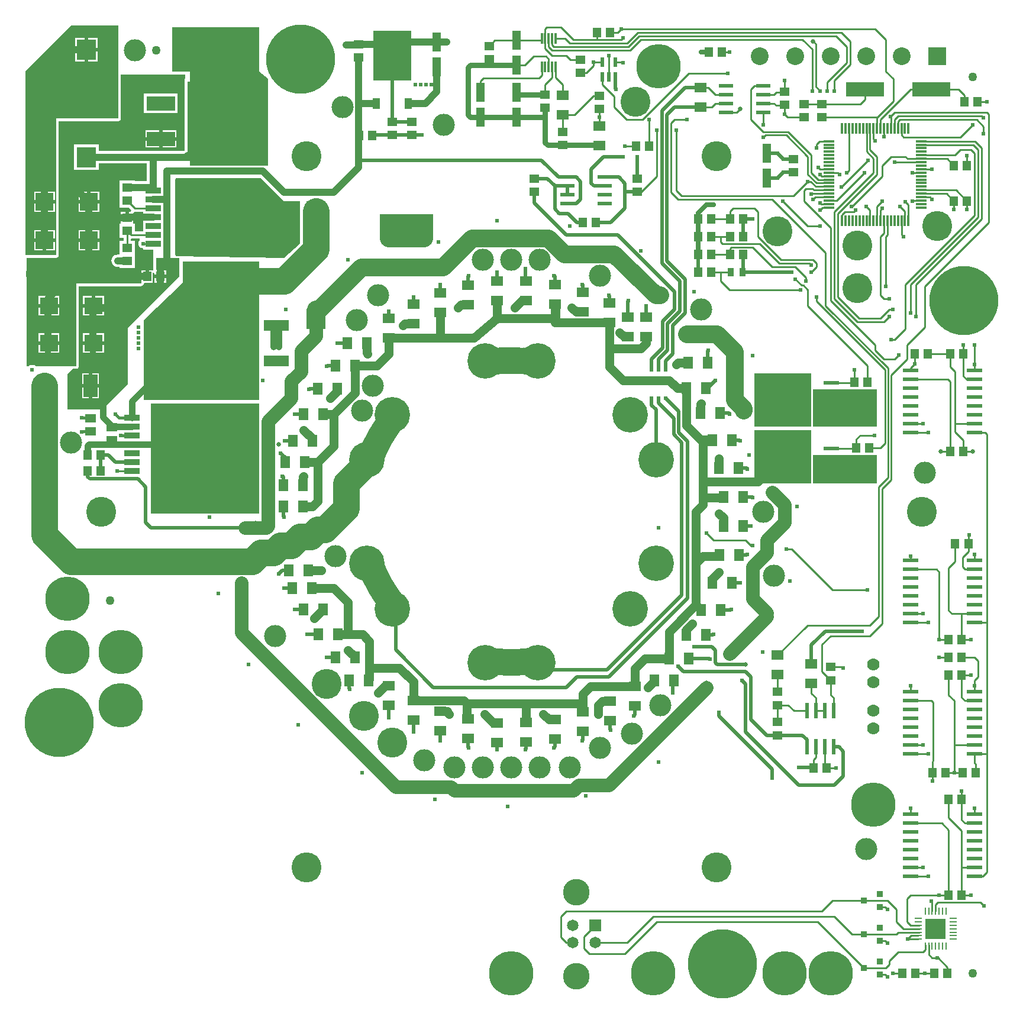
<source format=gtl>
%FSLAX23Y23*%
%MOIN*%
G70*
G01*
G75*
G04 Layer_Physical_Order=1*
G04 Layer_Color=255*
%ADD10C,0.150*%
%ADD11R,0.118X0.118*%
%ADD12R,0.010X0.041*%
%ADD13R,0.041X0.010*%
%ADD14R,0.035X0.049*%
%ADD15R,0.050X0.055*%
%ADD16R,0.055X0.050*%
%ADD17R,0.022X0.057*%
%ADD18R,0.022X0.057*%
%ADD19R,0.012X0.063*%
%ADD20R,0.140X0.060*%
%ADD21R,0.330X0.420*%
%ADD22R,0.079X0.126*%
%ADD23R,0.079X0.126*%
%ADD24R,0.085X0.036*%
%ADD25R,0.410X0.425*%
%ADD26R,0.110X0.115*%
%ADD27R,0.100X0.100*%
%ADD28R,0.059X0.051*%
%ADD29R,0.024X0.087*%
%ADD30R,0.024X0.087*%
%ADD31R,0.081X0.024*%
%ADD32C,0.050*%
%ADD33R,0.039X0.063*%
%ADD34R,0.217X0.280*%
%ADD35R,0.089X0.024*%
%ADD36R,0.160X0.080*%
%ADD37R,0.450X0.450*%
%ADD38R,0.100X0.100*%
%ADD39R,0.102X0.094*%
%ADD40R,0.012X0.063*%
%ADD41R,0.055X0.065*%
%ADD42R,0.065X0.055*%
%ADD43R,0.037X0.035*%
%ADD44R,0.037X0.035*%
%ADD45R,0.217X0.079*%
%ADD46R,0.063X0.012*%
%ADD47R,0.050X0.110*%
%ADD48R,0.087X0.024*%
%ADD49R,0.087X0.024*%
%ADD50C,0.010*%
%ADD51C,0.020*%
%ADD52C,0.075*%
%ADD53C,0.040*%
%ADD54C,0.025*%
%ADD55C,0.030*%
%ADD56C,0.035*%
%ADD57C,0.015*%
%ADD58C,0.100*%
%ADD59C,0.050*%
%ADD60C,0.150*%
%ADD61C,0.065*%
%ADD62R,0.065X0.065*%
%ADD63C,0.390*%
%ADD64C,0.169*%
%ADD65C,0.100*%
%ADD66C,0.070*%
%ADD67C,0.125*%
%ADD68C,0.250*%
%ADD69C,0.200*%
%ADD70C,0.150*%
%ADD71C,0.024*%
%ADD72C,0.040*%
%ADD73C,0.025*%
G36*
X-1837Y2440D02*
X-1840D01*
Y2036D01*
X-1841Y2036D01*
X-1844Y2033D01*
X-2325D01*
Y2070D01*
X-2465D01*
Y1925D01*
X-2325D01*
Y1962D01*
X-2053D01*
Y1862D01*
X-2122D01*
Y1867D01*
X-2207D01*
Y1787D01*
Y1713D01*
X-2154D01*
X-2140Y1699D01*
X-2143Y1689D01*
X-2155D01*
Y1667D01*
X-2130D01*
Y1683D01*
X-2122Y1690D01*
X-2122Y1690D01*
X-2076D01*
Y1677D01*
X-2068D01*
Y1670D01*
X-2018D01*
Y1650D01*
X-2068D01*
Y1643D01*
X-2076D01*
Y1593D01*
Y1580D01*
X-2122D01*
Y1623D01*
X-2130D01*
Y1623D01*
Y1625D01*
X-2130Y1630D01*
X-2130Y1630D01*
X-2130D01*
Y1647D01*
X-2200D01*
Y1630D01*
Y1630D01*
X-2200D01*
Y1630D01*
Y1630D01*
X-2200D01*
X-2200Y1625D01*
X-2201Y1623D01*
X-2207D01*
Y1543D01*
X-2185D01*
Y1527D01*
X-2207D01*
Y1448D01*
X-2218D01*
X-2227Y1447D01*
X-2236Y1444D01*
X-2243Y1438D01*
X-2249Y1431D01*
X-2252Y1422D01*
X-2253Y1413D01*
X-2252Y1404D01*
X-2249Y1395D01*
X-2243Y1388D01*
X-2236Y1382D01*
X-2227Y1379D01*
X-2218Y1378D01*
X-2207D01*
Y1373D01*
X-2122D01*
Y1447D01*
Y1527D01*
X-2145D01*
Y1537D01*
X-2142Y1540D01*
X-2096D01*
X-2093Y1530D01*
X-2094Y1529D01*
X-2099Y1524D01*
X-2101Y1517D01*
X-2102Y1510D01*
X-2101Y1503D01*
X-2099Y1496D01*
X-2094Y1491D01*
X-2089Y1486D01*
X-2082Y1484D01*
X-2076Y1483D01*
Y1477D01*
X-2017D01*
Y1367D01*
X-2018D01*
Y1360D01*
X-2020D01*
X-2025Y1360D01*
Y1360D01*
X-2025D01*
Y1360D01*
X-2042D01*
Y1325D01*
X-2052D01*
Y1315D01*
X-2085D01*
Y1293D01*
Y1293D01*
X-2085D01*
Y1293D01*
Y1293D01*
X-2085D01*
X-2085Y1290D01*
X-2089Y1286D01*
X-2452D01*
Y820D01*
X-2682D01*
X-2686Y824D01*
X-2693Y826D01*
X-2700Y827D01*
X-2707Y826D01*
X-2714Y824D01*
X-2718Y820D01*
X-2731D01*
Y1430D01*
X-2565D01*
X-2559Y1431D01*
X-2554Y1434D01*
X-2551Y1439D01*
X-2550Y1445D01*
Y2200D01*
X-2215D01*
X-2209Y2201D01*
X-2204Y2204D01*
X-2204Y2204D01*
X-2202D01*
Y2207D01*
X-2201Y2209D01*
X-2200Y2215D01*
Y2461D01*
X-1837D01*
Y2440D01*
D02*
G37*
G36*
X-1870Y1325D02*
X-2160Y1035D01*
Y720D01*
X-2305Y575D01*
X-2500D01*
Y775D01*
X-2470Y805D01*
X-2452D01*
X-2446Y806D01*
X-2441Y809D01*
X-2438Y814D01*
X-2437Y820D01*
Y1270D01*
X-2089D01*
X-2086Y1271D01*
X-2083Y1272D01*
X-2083Y1272D01*
X-2083D01*
X-2080Y1273D01*
X-2078Y1275D01*
Y1275D01*
X-2078D01*
X-2074Y1279D01*
X-2072Y1282D01*
X-2070Y1284D01*
Y1284D01*
X-2070Y1284D01*
X-2070Y1287D01*
X-2069Y1290D01*
Y1290D01*
X-2020D01*
Y1345D01*
X-2018D01*
X-2014Y1345D01*
X-2010Y1342D01*
Y1335D01*
X-1988D01*
Y1360D01*
X-1999D01*
X-2002Y1364D01*
X-2002Y1367D01*
Y1430D01*
X-1870D01*
Y1325D01*
D02*
G37*
G36*
X-1420Y2480D02*
X-1370Y2440D01*
Y1950D01*
X-1810D01*
Y2480D01*
X-1910D01*
Y2610D01*
Y2730D01*
X-1420D01*
Y2480D01*
D02*
G37*
G36*
X-2215Y2215D02*
X-2565D01*
Y1445D01*
X-2738D01*
Y2480D01*
X-2480Y2738D01*
X-2215D01*
Y2215D01*
D02*
G37*
G36*
X-1280Y1750D02*
X-1190D01*
Y1510D01*
X-1280Y1430D01*
X-1890Y1440D01*
Y1880D01*
X-1410D01*
X-1280Y1750D01*
D02*
G37*
G36*
X-1420Y630D02*
X-2070D01*
Y1080D01*
X-1850Y1290D01*
Y1410D01*
X-1420D01*
Y630D01*
D02*
G37*
G36*
X2060Y160D02*
X1700D01*
Y320D01*
X2060D01*
Y160D01*
D02*
G37*
G36*
X1690D02*
X1370D01*
Y460D01*
X1690D01*
Y160D01*
D02*
G37*
G36*
X-1420Y-10D02*
X-2030D01*
Y610D01*
X-1420D01*
Y-10D01*
D02*
G37*
G36*
X1690Y520D02*
Y480D01*
X1370D01*
Y780D01*
X1690D01*
Y520D01*
D02*
G37*
G36*
X2060Y480D02*
X1700D01*
Y690D01*
X2060D01*
Y480D01*
D02*
G37*
%LPC*%
G36*
X-2295Y1150D02*
X-2344D01*
Y1105D01*
X-2295D01*
Y1150D01*
D02*
G37*
G36*
X-2616Y1215D02*
X-2665D01*
Y1170D01*
X-2616D01*
Y1215D01*
D02*
G37*
G36*
X-2547Y1150D02*
X-2596D01*
Y1105D01*
X-2547D01*
Y1150D01*
D02*
G37*
G36*
X-2364D02*
X-2413D01*
Y1105D01*
X-2364D01*
Y1150D01*
D02*
G37*
G36*
X-2547Y1215D02*
X-2596D01*
Y1170D01*
X-2547D01*
Y1215D01*
D02*
G37*
G36*
X-1946Y1315D02*
X-1968D01*
Y1290D01*
X-1946D01*
Y1315D01*
D02*
G37*
G36*
X-1988D02*
X-2010D01*
Y1290D01*
X-1988D01*
Y1315D01*
D02*
G37*
G36*
X-2364Y1215D02*
X-2413D01*
Y1170D01*
X-2364D01*
Y1215D01*
D02*
G37*
G36*
X-2295D02*
X-2344D01*
Y1170D01*
X-2295D01*
Y1215D01*
D02*
G37*
G36*
X-2616Y1150D02*
X-2665D01*
Y1105D01*
X-2616D01*
Y1150D01*
D02*
G37*
G36*
X-2323Y780D02*
X-2360D01*
Y720D01*
X-2323D01*
Y780D01*
D02*
G37*
G36*
X-2616Y940D02*
X-2665D01*
Y895D01*
X-2616D01*
Y940D01*
D02*
G37*
G36*
X-2547D02*
X-2596D01*
Y895D01*
X-2547D01*
Y940D01*
D02*
G37*
G36*
X-2380Y700D02*
X-2417D01*
Y640D01*
X-2380D01*
Y700D01*
D02*
G37*
G36*
X-2323D02*
X-2360D01*
Y640D01*
X-2323D01*
Y700D01*
D02*
G37*
G36*
X-2380Y780D02*
X-2417D01*
Y720D01*
X-2380D01*
Y780D01*
D02*
G37*
G36*
X-2547Y1005D02*
X-2596D01*
Y960D01*
X-2547D01*
Y1005D01*
D02*
G37*
G36*
X-2364D02*
X-2413D01*
Y960D01*
X-2364D01*
Y1005D01*
D02*
G37*
G36*
X-2295D02*
X-2344D01*
Y960D01*
X-2295D01*
Y1005D01*
D02*
G37*
G36*
X-2364Y940D02*
X-2413D01*
Y895D01*
X-2364D01*
Y940D01*
D02*
G37*
G36*
X-2295D02*
X-2344D01*
Y895D01*
X-2295D01*
Y940D01*
D02*
G37*
G36*
X-2616Y1005D02*
X-2665D01*
Y960D01*
X-2616D01*
Y1005D01*
D02*
G37*
G36*
X-2322Y1803D02*
X-2370D01*
Y1755D01*
X-2322D01*
Y1803D01*
D02*
G37*
G36*
X-1985Y2090D02*
X-2062D01*
Y2053D01*
X-1985D01*
Y2090D01*
D02*
G37*
G36*
X-1888D02*
X-1965D01*
Y2053D01*
X-1888D01*
Y2090D01*
D02*
G37*
G36*
X-2390Y1803D02*
X-2438D01*
Y1755D01*
X-2390D01*
Y1803D01*
D02*
G37*
G36*
X-2322Y1735D02*
X-2370D01*
Y1688D01*
X-2322D01*
Y1735D01*
D02*
G37*
G36*
X-2640Y1803D02*
X-2688D01*
Y1755D01*
X-2640D01*
Y1803D01*
D02*
G37*
G36*
X-2572D02*
X-2620D01*
Y1755D01*
X-2572D01*
Y1803D01*
D02*
G37*
G36*
X-2332Y2592D02*
X-2385D01*
Y2537D01*
X-2332D01*
Y2592D01*
D02*
G37*
G36*
X-2405Y2668D02*
X-2457D01*
Y2612D01*
X-2405D01*
Y2668D01*
D02*
G37*
G36*
X-2332D02*
X-2385D01*
Y2612D01*
X-2332D01*
Y2668D01*
D02*
G37*
G36*
X-2405Y2592D02*
X-2457D01*
Y2537D01*
X-2405D01*
Y2592D01*
D02*
G37*
G36*
X-1985Y2148D02*
X-2062D01*
Y2110D01*
X-1985D01*
Y2148D01*
D02*
G37*
G36*
X-1888D02*
X-1965D01*
Y2110D01*
X-1888D01*
Y2148D01*
D02*
G37*
G36*
X-1880Y2355D02*
X-2070D01*
Y2245D01*
X-1880D01*
Y2355D01*
D02*
G37*
G36*
X-2390Y1520D02*
X-2438D01*
Y1472D01*
X-2390D01*
Y1520D01*
D02*
G37*
G36*
X-2322D02*
X-2370D01*
Y1472D01*
X-2322D01*
Y1520D01*
D02*
G37*
G36*
X-2640Y1587D02*
X-2688D01*
Y1540D01*
X-2640D01*
Y1587D01*
D02*
G37*
G36*
X-2572Y1520D02*
X-2620D01*
Y1472D01*
X-2572D01*
Y1520D01*
D02*
G37*
G36*
X-2062Y1360D02*
X-2085D01*
Y1335D01*
X-2062D01*
Y1360D01*
D02*
G37*
G36*
X-1946D02*
X-1968D01*
Y1335D01*
X-1946D01*
Y1360D01*
D02*
G37*
G36*
X-2640Y1520D02*
X-2688D01*
Y1472D01*
X-2640D01*
Y1520D01*
D02*
G37*
G36*
Y1735D02*
X-2688D01*
Y1688D01*
X-2640D01*
Y1735D01*
D02*
G37*
G36*
X-2572D02*
X-2620D01*
Y1688D01*
X-2572D01*
Y1735D01*
D02*
G37*
G36*
X-2390D02*
X-2438D01*
Y1688D01*
X-2390D01*
Y1735D01*
D02*
G37*
G36*
X-2175Y1689D02*
X-2200D01*
Y1667D01*
X-2175D01*
Y1689D01*
D02*
G37*
G36*
X-2572Y1587D02*
X-2620D01*
Y1540D01*
X-2572D01*
Y1587D01*
D02*
G37*
G36*
X-2390D02*
X-2438D01*
Y1540D01*
X-2390D01*
Y1587D01*
D02*
G37*
G36*
X-2322D02*
X-2370D01*
Y1540D01*
X-2322D01*
Y1587D01*
D02*
G37*
%LPD*%
D10*
X148Y839D02*
G03*
X-148Y839I-148J-839D01*
G01*
X-148Y-837D02*
G03*
X148Y-837I148J837D01*
G01*
X-798Y-291D02*
G03*
X-651Y-546I798J291D01*
G01*
X-651Y546D02*
G03*
X-799Y291I651J-547D01*
G01*
X-651Y546D02*
G03*
X-799Y291I651J-547D01*
G01*
X-1100Y1480D02*
Y1692D01*
X-1280Y1300D02*
X-1100Y1480D01*
X-1560Y1300D02*
X-1280D01*
X-930Y159D02*
X-799Y291D01*
X-1050Y-100D02*
X-930Y20D01*
Y159D01*
X-1240Y-190D02*
X-1190Y-140D01*
X-1130D01*
X-1300Y-190D02*
X-1240D01*
X-1340Y-230D02*
X-1300Y-190D01*
X-1410Y-230D02*
X-1340D01*
X-1460Y-280D02*
X-1410Y-230D01*
X-2480Y-280D02*
X-1460D01*
X-2630Y-130D02*
Y710D01*
X-1130Y-140D02*
X-1090Y-100D01*
X-1050D01*
X-2630Y-130D02*
X-2480Y-280D01*
D11*
X2390Y-2350D02*
D03*
D12*
X2331Y-2252D02*
D03*
X2351D02*
D03*
X2370D02*
D03*
X2390D02*
D03*
X2410D02*
D03*
X2429D02*
D03*
X2449D02*
D03*
Y-2448D02*
D03*
X2429D02*
D03*
X2410D02*
D03*
X2390D02*
D03*
X2370D02*
D03*
X2351D02*
D03*
X2331D02*
D03*
D13*
X2488Y-2291D02*
D03*
Y-2311D02*
D03*
Y-2330D02*
D03*
Y-2350D02*
D03*
Y-2370D02*
D03*
Y-2389D02*
D03*
Y-2409D02*
D03*
X2292D02*
D03*
Y-2389D02*
D03*
Y-2370D02*
D03*
Y-2350D02*
D03*
Y-2330D02*
D03*
Y-2311D02*
D03*
Y-2291D02*
D03*
D14*
X1237Y1350D02*
D03*
X1303D02*
D03*
D15*
X477Y1630D02*
D03*
X403D02*
D03*
X483Y2700D02*
D03*
X557D02*
D03*
X-2387Y320D02*
D03*
X-2313D02*
D03*
X1233Y1650D02*
D03*
X1307D02*
D03*
X2567Y1950D02*
D03*
X2493D02*
D03*
X2627Y2310D02*
D03*
X2553D02*
D03*
X2537Y-1620D02*
D03*
X2463Y-820D02*
D03*
X2537D02*
D03*
X2463Y-1620D02*
D03*
X-2387Y230D02*
D03*
X-2313D02*
D03*
X703Y2060D02*
D03*
X777D02*
D03*
X1127Y1350D02*
D03*
Y1450D02*
D03*
X1307D02*
D03*
X1233D02*
D03*
X1703Y-1443D02*
D03*
X1053Y1350D02*
D03*
Y1450D02*
D03*
Y1550D02*
D03*
X1127D02*
D03*
X1053Y1650D02*
D03*
X1307Y1550D02*
D03*
X1233D02*
D03*
X1777Y-1443D02*
D03*
X1127Y1650D02*
D03*
X2007Y730D02*
D03*
X2457Y-2600D02*
D03*
X2383D02*
D03*
X2347Y890D02*
D03*
X2273D02*
D03*
X2543Y-1470D02*
D03*
X2617D02*
D03*
X2547Y890D02*
D03*
X2473D02*
D03*
X2574Y-180D02*
D03*
X2500D02*
D03*
X2537Y-920D02*
D03*
X2463D02*
D03*
X-783Y2120D02*
D03*
X-857D02*
D03*
X2017Y360D02*
D03*
X2203Y-2600D02*
D03*
X2277D02*
D03*
X2473Y340D02*
D03*
X2547D02*
D03*
X-2052Y1325D02*
D03*
X-1978D02*
D03*
X2463Y-720D02*
D03*
X2537D02*
D03*
X2463Y-2160D02*
D03*
X2537D02*
D03*
X2373Y-1470D02*
D03*
X2447D02*
D03*
X2493Y1750D02*
D03*
X2567D02*
D03*
X1187Y2590D02*
D03*
X1113D02*
D03*
X1943Y360D02*
D03*
X1933Y730D02*
D03*
D16*
X390Y2473D02*
D03*
Y2547D02*
D03*
X1750Y2223D02*
D03*
Y2297D02*
D03*
X1540Y2293D02*
D03*
X1500Y-1260D02*
D03*
Y-1186D02*
D03*
X1800Y-876D02*
D03*
Y-950D02*
D03*
X1500Y-1090D02*
D03*
Y-1016D02*
D03*
X1540Y2367D02*
D03*
X1590Y1987D02*
D03*
Y1913D02*
D03*
X-2165Y1657D02*
D03*
Y1583D02*
D03*
Y1487D02*
D03*
X290Y2064D02*
D03*
Y2138D02*
D03*
X494Y2343D02*
D03*
Y2269D02*
D03*
X-670Y2197D02*
D03*
Y2123D02*
D03*
X-126Y2549D02*
D03*
Y2623D02*
D03*
X-2165Y1827D02*
D03*
Y1753D02*
D03*
X-860Y2632D02*
D03*
Y2558D02*
D03*
X190Y2274D02*
D03*
Y2348D02*
D03*
X-560Y2197D02*
D03*
Y2123D02*
D03*
X-2165Y1413D02*
D03*
X710Y1877D02*
D03*
X1650Y2297D02*
D03*
Y2223D02*
D03*
X130Y1877D02*
D03*
X710Y1803D02*
D03*
X130D02*
D03*
D17*
X513Y2532D02*
D03*
X587D02*
D03*
Y2448D02*
D03*
X550D02*
D03*
D18*
X513Y2448D02*
D03*
D19*
X190Y2667D02*
D03*
X171Y2505D02*
D03*
X190D02*
D03*
X210D02*
D03*
X230D02*
D03*
X171Y2667D02*
D03*
X210D02*
D03*
X230Y2667D02*
D03*
X249Y2667D02*
D03*
X2040Y1640D02*
D03*
X2001D02*
D03*
X1981D02*
D03*
X1961D02*
D03*
X2119Y2160D02*
D03*
X2237D02*
D03*
X2217D02*
D03*
X2139Y1640D02*
D03*
X2158D02*
D03*
X2178D02*
D03*
X1883Y2160D02*
D03*
X1863D02*
D03*
X1883Y1640D02*
D03*
X1942Y2160D02*
D03*
X1902Y1640D02*
D03*
X1922Y2160D02*
D03*
X1961D02*
D03*
X1981D02*
D03*
X2198D02*
D03*
X2178D02*
D03*
X2158D02*
D03*
X2139D02*
D03*
X2099D02*
D03*
X2080D02*
D03*
X2060D02*
D03*
X2040D02*
D03*
X2020D02*
D03*
X2001D02*
D03*
X1902D02*
D03*
X2119Y1640D02*
D03*
X2099D02*
D03*
X2080D02*
D03*
X2060D02*
D03*
X1942D02*
D03*
X1922D02*
D03*
X1863D02*
D03*
X2198D02*
D03*
X2020D02*
D03*
X2237D02*
D03*
X2217D02*
D03*
D20*
X-1325Y1050D02*
D03*
Y850D02*
D03*
D21*
X-1770Y950D02*
D03*
D22*
X-2370Y710D02*
D03*
D23*
X-2630D02*
D03*
D24*
X-2138Y230D02*
D03*
Y280D02*
D03*
Y330D02*
D03*
Y380D02*
D03*
Y430D02*
D03*
Y530D02*
D03*
Y480D02*
D03*
X-2018Y1510D02*
D03*
Y1560D02*
D03*
Y1610D02*
D03*
Y1660D02*
D03*
Y1710D02*
D03*
Y1760D02*
D03*
Y1810D02*
D03*
D25*
X-1810Y380D02*
D03*
X-1690Y1660D02*
D03*
D26*
X-1100Y1087D02*
D03*
Y1692D02*
D03*
X-2395Y2602D02*
D03*
Y1997D02*
D03*
D27*
X-690Y1375D02*
D03*
Y1625D02*
D03*
X-490D02*
D03*
Y1375D02*
D03*
D28*
X-2370Y453D02*
D03*
Y527D02*
D03*
X-2250Y403D02*
D03*
Y477D02*
D03*
D29*
X1815Y-1121D02*
D03*
D30*
X1765D02*
D03*
X1715D02*
D03*
X1665D02*
D03*
Y-1325D02*
D03*
X1765D02*
D03*
X1815D02*
D03*
X1715D02*
D03*
D31*
X1210Y2400D02*
D03*
X1420Y2250D02*
D03*
Y2350D02*
D03*
Y2400D02*
D03*
X1210Y2250D02*
D03*
X1420Y2300D02*
D03*
X1210Y2350D02*
D03*
Y2300D02*
D03*
X525Y1885D02*
D03*
Y1835D02*
D03*
Y1785D02*
D03*
Y1735D02*
D03*
X315Y1885D02*
D03*
Y1835D02*
D03*
Y1785D02*
D03*
Y1735D02*
D03*
D32*
X-2260Y-500D02*
D03*
X2600Y2450D02*
D03*
X-2000Y2600D02*
D03*
X2600Y-2600D02*
D03*
D33*
X-580Y2300D02*
D03*
X-760D02*
D03*
D34*
X-670Y2570D02*
D03*
D35*
X2250Y795D02*
D03*
Y745D02*
D03*
Y695D02*
D03*
Y645D02*
D03*
Y595D02*
D03*
Y545D02*
D03*
Y495D02*
D03*
Y445D02*
D03*
X2610Y795D02*
D03*
Y745D02*
D03*
Y695D02*
D03*
Y645D02*
D03*
Y595D02*
D03*
Y545D02*
D03*
Y495D02*
D03*
Y445D02*
D03*
X2250Y-275D02*
D03*
Y-325D02*
D03*
Y-375D02*
D03*
Y-425D02*
D03*
Y-475D02*
D03*
Y-525D02*
D03*
Y-575D02*
D03*
Y-625D02*
D03*
X2610Y-275D02*
D03*
Y-325D02*
D03*
Y-375D02*
D03*
Y-425D02*
D03*
Y-475D02*
D03*
Y-525D02*
D03*
Y-575D02*
D03*
Y-625D02*
D03*
Y-2055D02*
D03*
Y-2005D02*
D03*
Y-1955D02*
D03*
Y-1905D02*
D03*
Y-1855D02*
D03*
Y-1805D02*
D03*
Y-1755D02*
D03*
Y-1705D02*
D03*
X2250Y-2055D02*
D03*
Y-2005D02*
D03*
Y-1955D02*
D03*
Y-1905D02*
D03*
Y-1855D02*
D03*
Y-1805D02*
D03*
Y-1755D02*
D03*
Y-1705D02*
D03*
X2610Y-1365D02*
D03*
Y-1315D02*
D03*
Y-1265D02*
D03*
Y-1215D02*
D03*
Y-1165D02*
D03*
Y-1115D02*
D03*
Y-1065D02*
D03*
Y-1015D02*
D03*
X2250Y-1365D02*
D03*
Y-1315D02*
D03*
Y-1265D02*
D03*
Y-1215D02*
D03*
Y-1165D02*
D03*
Y-1115D02*
D03*
Y-1065D02*
D03*
Y-1015D02*
D03*
D36*
X-1975Y2300D02*
D03*
Y2100D02*
D03*
D37*
X-1600Y2200D02*
D03*
D38*
X-2630Y1530D02*
D03*
X-2380D02*
D03*
Y1745D02*
D03*
X-2630D02*
D03*
X2400Y2565D02*
D03*
D39*
X-2354Y950D02*
D03*
X-2606D02*
D03*
Y1160D02*
D03*
X-2354D02*
D03*
D40*
X249Y2505D02*
D03*
D41*
X1305Y82D02*
D03*
X1195D02*
D03*
X-1234Y-430D02*
D03*
X1171Y-244D02*
D03*
X1069Y-554D02*
D03*
X888Y-827D02*
D03*
X-805Y-950D02*
D03*
X-979Y-691D02*
D03*
X-1124Y-430D02*
D03*
X-1175Y30D02*
D03*
X-1165Y280D02*
D03*
X-1061Y550D02*
D03*
X-881Y821D02*
D03*
X986Y695D02*
D03*
X1132Y403D02*
D03*
X1281Y-244D02*
D03*
X1179Y-554D02*
D03*
X998Y-827D02*
D03*
X-915Y-950D02*
D03*
X-1089Y-691D02*
D03*
X-1285Y30D02*
D03*
X-1275Y280D02*
D03*
X-1171Y550D02*
D03*
X-991Y821D02*
D03*
X1096Y695D02*
D03*
X1242Y403D02*
D03*
X1280Y245D02*
D03*
X1305Y-80D02*
D03*
X1105Y840D02*
D03*
X1177Y554D02*
D03*
X-925Y950D02*
D03*
X-1231Y399D02*
D03*
X-1090Y691D02*
D03*
X-1255Y-330D02*
D03*
X-1285Y150D02*
D03*
X-991Y-821D02*
D03*
X-1170Y-550D02*
D03*
X915Y-950D02*
D03*
X1241Y-402D02*
D03*
X1096Y-696D02*
D03*
X1170Y245D02*
D03*
X995Y840D02*
D03*
X-815Y950D02*
D03*
X-1121Y399D02*
D03*
X-1145Y-330D02*
D03*
X-881Y-821D02*
D03*
X805Y-950D02*
D03*
X1131Y-402D02*
D03*
X1195Y-80D02*
D03*
X1067Y554D02*
D03*
X-980Y691D02*
D03*
X-1175Y150D02*
D03*
X-1060Y-550D02*
D03*
X986Y-696D02*
D03*
D42*
X290Y2346D02*
D03*
Y2236D02*
D03*
X1065Y2280D02*
D03*
Y2390D02*
D03*
X1500Y-808D02*
D03*
X1690Y-858D02*
D03*
Y-968D02*
D03*
X1500Y-918D02*
D03*
X695Y-985D02*
D03*
X402Y-1128D02*
D03*
X82Y-1189D02*
D03*
X-243Y-1168D02*
D03*
X-551Y-1063D02*
D03*
X-690Y978D02*
D03*
X-400Y1122D02*
D03*
X-80Y1190D02*
D03*
X244Y1169D02*
D03*
X553Y1066D02*
D03*
X760Y985D02*
D03*
X695Y-1095D02*
D03*
X402Y-1238D02*
D03*
X82Y-1299D02*
D03*
X-243Y-1278D02*
D03*
X-551Y-1173D02*
D03*
X-690Y1088D02*
D03*
X-400Y1232D02*
D03*
X-80Y1300D02*
D03*
X244Y1279D02*
D03*
X553Y1176D02*
D03*
X760Y1095D02*
D03*
X494Y2061D02*
D03*
Y2171D02*
D03*
X401Y1236D02*
D03*
X655Y1095D02*
D03*
X-243Y1277D02*
D03*
X82Y1300D02*
D03*
X-550Y1170D02*
D03*
X-401Y-1236D02*
D03*
X-692Y-1090D02*
D03*
X244Y-1281D02*
D03*
X-82Y-1300D02*
D03*
X554Y-1178D02*
D03*
X401Y1126D02*
D03*
X-243Y1167D02*
D03*
X-401Y-1126D02*
D03*
X244Y-1171D02*
D03*
X655Y985D02*
D03*
X82Y1190D02*
D03*
X-550Y1060D02*
D03*
X-692Y-980D02*
D03*
X-82Y-1190D02*
D03*
X554Y-1068D02*
D03*
D43*
X2076Y-2153D02*
D03*
Y-2343D02*
D03*
Y-2533D02*
D03*
D44*
Y-2227D02*
D03*
X1984Y-2190D02*
D03*
Y-2380D02*
D03*
Y-2570D02*
D03*
X2076Y-2417D02*
D03*
Y-2607D02*
D03*
D45*
X1993Y2380D02*
D03*
X2367D02*
D03*
D46*
X2310Y1949D02*
D03*
Y1890D02*
D03*
Y1870D02*
D03*
Y1851D02*
D03*
Y1831D02*
D03*
Y1733D02*
D03*
Y1713D02*
D03*
X1790Y2008D02*
D03*
Y1989D02*
D03*
X2310Y2048D02*
D03*
Y2028D02*
D03*
X1790D02*
D03*
Y1949D02*
D03*
Y1969D02*
D03*
Y2048D02*
D03*
Y2067D02*
D03*
Y2087D02*
D03*
Y1910D02*
D03*
Y1890D02*
D03*
Y1870D02*
D03*
Y1851D02*
D03*
Y1811D02*
D03*
Y1792D02*
D03*
Y1772D02*
D03*
Y1752D02*
D03*
Y1733D02*
D03*
Y1713D02*
D03*
X2310Y2087D02*
D03*
Y2067D02*
D03*
Y2008D02*
D03*
Y1969D02*
D03*
Y1930D02*
D03*
Y1910D02*
D03*
Y1811D02*
D03*
Y1792D02*
D03*
Y1772D02*
D03*
Y1752D02*
D03*
Y1989D02*
D03*
X1790Y1930D02*
D03*
Y1831D02*
D03*
D47*
X1440Y1880D02*
D03*
Y2020D02*
D03*
X29Y2656D02*
D03*
Y2516D02*
D03*
X-175Y2361D02*
D03*
Y2221D02*
D03*
X30Y2361D02*
D03*
Y2221D02*
D03*
X-420Y2505D02*
D03*
Y2645D02*
D03*
D48*
X1802Y355D02*
D03*
X1598Y205D02*
D03*
Y255D02*
D03*
Y305D02*
D03*
Y355D02*
D03*
X1802Y305D02*
D03*
Y255D02*
D03*
Y675D02*
D03*
Y625D02*
D03*
X1598Y725D02*
D03*
Y675D02*
D03*
Y625D02*
D03*
Y575D02*
D03*
X1802Y725D02*
D03*
D49*
Y205D02*
D03*
Y575D02*
D03*
D50*
X2231Y-2409D02*
X2292D01*
X2643Y-2202D02*
X2663Y-2222D01*
X2402Y-2202D02*
X2643D01*
X2390Y-2214D02*
X2402Y-2202D01*
X2390Y-2252D02*
Y-2214D01*
X2366Y-2194D02*
X2370Y-2198D01*
Y-2252D02*
Y-2198D01*
X2405Y-2515D02*
X2457Y-2567D01*
X2400Y-2515D02*
X2405D01*
X2351Y-2461D02*
Y-2441D01*
X2370Y-2515D02*
X2400D01*
X2351Y-2496D02*
X2370Y-2515D01*
X2351Y-2496D02*
Y-2448D01*
X2231Y-2409D02*
X2292D01*
X2231D02*
X2251Y-2389D01*
X2230Y-2410D02*
X2231Y-2409D01*
X2180Y-2370D02*
X2299D01*
X2170Y-2380D02*
X2180Y-2370D01*
X1820Y-2280D02*
X1920Y-2380D01*
X800Y-2280D02*
X1820D01*
X651Y-2429D02*
X800Y-2280D01*
X1920Y-2380D02*
X2170D01*
X2251Y-2389D02*
X2292D01*
X2134Y2224D02*
X2139Y2219D01*
Y2160D02*
Y2219D01*
X2134Y2224D02*
X2160Y2250D01*
X2134Y2224D02*
X2139D01*
X2250Y2380D02*
X2520D01*
X2060Y2160D02*
Y2220D01*
X1000Y2470D02*
X1220D01*
X740Y2210D02*
X1000Y2470D01*
X650Y2210D02*
X740D01*
X580Y2280D02*
X650Y2210D01*
X580Y2280D02*
Y2340D01*
X513Y2407D02*
X580Y2340D01*
X513Y2407D02*
Y2448D01*
X462Y2512D02*
Y2532D01*
X423Y2473D02*
X462Y2512D01*
X390Y2473D02*
X423D01*
X333Y2547D02*
X390D01*
X310Y2570D02*
X333Y2547D01*
X230Y2570D02*
X310D01*
X190Y2610D02*
X230Y2570D01*
X190Y2610D02*
Y2667D01*
X483Y2663D02*
Y2700D01*
X557D02*
X600D01*
X620Y2720D01*
Y2660D02*
X630Y2670D01*
X462Y2532D02*
X513D01*
X190Y2667D02*
Y2720D01*
X200Y2730D01*
X280D01*
X350Y2660D01*
X620D01*
X550Y2570D02*
X550Y2448D01*
X2050Y2720D02*
X2110Y2660D01*
X628Y2532D02*
X630Y2530D01*
X587Y2532D02*
X628D01*
X653Y2640D02*
X713Y2700D01*
X330Y2640D02*
X653D01*
X240Y2620D02*
X660D01*
X720Y2680D01*
X670Y2600D02*
X730Y2660D01*
X230Y2600D02*
X670D01*
X1187Y2590D02*
X1230D01*
X1530Y1750D02*
X1670Y1610D01*
X1740D01*
X1720Y1185D02*
X2105Y800D01*
X2080Y1220D02*
X2100Y1200D01*
X2574Y-226D02*
Y-136D01*
X2553Y2310D02*
Y2347D01*
X2520Y2380D02*
X2553Y2347D01*
X2190Y1720D02*
X2217Y1693D01*
X1540Y2240D02*
X1557Y2223D01*
X1650D01*
X2057D02*
X2060Y2220D01*
X1750Y2223D02*
X2057D01*
X1993Y2323D02*
Y2380D01*
X1967Y2297D02*
X1993Y2323D01*
X1750Y2297D02*
X1967D01*
X1650D02*
X1750D01*
X1540Y2240D02*
Y2293D01*
Y2367D02*
Y2430D01*
X1695Y2370D02*
Y2605D01*
X1716Y2394D02*
X1740Y2370D01*
X1716Y2394D02*
Y2634D01*
X1780Y2370D02*
Y2420D01*
X720Y2680D02*
X1830D01*
X1820Y2370D02*
Y2430D01*
X2627Y2310D02*
X2680D01*
X2080Y2210D02*
X2250Y2380D01*
X1780Y2420D02*
X1890Y2530D01*
Y2620D01*
X1830Y2680D02*
X1890Y2620D01*
X1820Y2430D02*
X1910Y2520D01*
X2060Y2220D02*
X2152Y2312D01*
Y2438D01*
X2110Y2480D02*
X2152Y2438D01*
X2110Y2480D02*
Y2660D01*
X2650Y2230D02*
X2660Y2220D01*
X2178Y2160D02*
Y2198D01*
X2188Y2208D01*
X2622D01*
X2198Y2122D02*
Y2160D01*
Y2122D02*
X2210Y2110D01*
X2530D01*
X2600Y2180D01*
X2610Y-1015D02*
Y-950D01*
X1943Y360D02*
Y408D01*
X1965Y430D01*
X2045D01*
X1810Y-440D02*
X2005D01*
X1580Y-210D02*
X1810Y-440D01*
X1550Y-210D02*
X1580D01*
X1933Y730D02*
Y798D01*
X1802Y355D02*
X1938D01*
X1802Y725D02*
X1928D01*
X900Y1800D02*
Y2190D01*
X920Y2210D01*
X2020Y-700D02*
X2090Y-630D01*
X2020Y-640D02*
X2070Y-590D01*
X2574Y-136D02*
X2580Y-130D01*
X2500Y-280D02*
Y-180D01*
X2463Y-317D02*
X2500Y-280D01*
X2542Y-258D02*
X2574Y-226D01*
X2090Y-630D02*
Y130D01*
X2140Y180D01*
X2070Y-590D02*
Y140D01*
X2122Y192D01*
X900Y1800D02*
X940Y1760D01*
X2231Y1989D02*
X2454D01*
X1270Y2250D02*
X1290Y2270D01*
X2537Y-2160D02*
X2590D01*
X1860Y1830D02*
X2010Y1980D01*
X2040Y1910D02*
Y1990D01*
X2060Y1900D02*
Y2000D01*
X2020Y2040D02*
X2060Y2000D01*
X2020Y2040D02*
Y2160D01*
X2001Y2029D02*
X2040Y1990D01*
X2001Y2029D02*
Y2160D01*
X1740Y1700D02*
X1753Y1713D01*
X1790D01*
X1832Y1752D02*
X1990Y1910D01*
X1790Y1752D02*
X1832D01*
X1740Y1740D02*
X1747Y1733D01*
X1790D01*
X1880Y1690D02*
X1930D01*
X1820D02*
X2040Y1910D01*
X1840Y1680D02*
X2060Y1900D01*
X2000Y1720D02*
X2020Y1700D01*
X2080D02*
X2090Y1710D01*
X2080Y1640D02*
Y1700D01*
X2060Y1640D02*
Y1720D01*
X1840Y1210D02*
Y1680D01*
X1910Y2520D02*
Y2650D01*
X1860Y2700D02*
X1910Y2650D01*
X1863Y1673D02*
X1880Y1690D01*
X1863Y1640D02*
Y1673D01*
X2020Y1640D02*
Y1700D01*
X1740Y1900D02*
X1750Y1890D01*
X1790D01*
X1840Y1910D02*
X1850Y1900D01*
X1790Y1910D02*
X1840D01*
X2130Y1140D02*
X2150D01*
X2080Y1090D02*
X2130Y1140D01*
X620Y2720D02*
X2050D01*
X730Y2660D02*
X1640D01*
X2237Y1640D02*
Y1730D01*
X210Y2620D02*
X230Y2600D01*
X210Y2620D02*
Y2667D01*
X303D02*
X330Y2640D01*
X249Y2667D02*
X303D01*
X230Y2630D02*
X240Y2620D01*
X230Y2630D02*
Y2667D01*
X210Y2505D02*
Y2550D01*
X194Y2566D02*
X210Y2550D01*
X2099Y2111D02*
Y2160D01*
X2567Y1702D02*
Y1750D01*
X2493Y1703D02*
Y1750D01*
X2506Y1811D02*
X2567Y1750D01*
X-2075Y1510D02*
X-2018D01*
X2547Y345D02*
Y403D01*
X-2122Y1710D02*
X-2018D01*
X-2165Y1753D02*
X-2122Y1710D01*
X-2142Y1560D02*
X-2018D01*
X-2165Y1583D02*
X-2142Y1560D01*
X-2165Y1487D02*
Y1583D01*
X-126Y2623D02*
X-93Y2656D01*
X290Y2138D02*
Y2236D01*
Y2346D02*
Y2405D01*
X249Y2446D02*
X290Y2405D01*
X249Y2446D02*
Y2505D01*
X-175Y2361D02*
Y2425D01*
X-159Y2441D01*
X154D01*
X171Y2458D01*
Y2505D01*
X124Y2566D02*
X194D01*
X461Y2343D02*
X494D01*
X74Y2516D02*
X124Y2566D01*
X29Y2516D02*
X74D01*
X2555Y-325D02*
X2605D01*
X190Y2348D02*
Y2407D01*
X230Y2447D01*
Y2505D01*
X2542Y-312D02*
X2555Y-325D01*
X2542Y-312D02*
Y-258D01*
X800Y291D02*
X830Y262D01*
X800Y291D02*
X830Y321D01*
X2473Y345D02*
Y732D01*
X2250Y745D02*
X2460D01*
X2473Y732D01*
X2505Y495D02*
X2610D01*
X2500Y450D02*
X2547Y403D01*
X2500Y450D02*
Y790D01*
X2473Y817D02*
X2500Y790D01*
X2473Y817D02*
Y890D01*
X2547Y763D02*
X2565Y745D01*
X2610D01*
X2547Y340D02*
X2600D01*
X2463Y-557D02*
Y-317D01*
Y-557D02*
X2481Y-575D01*
X2537Y-720D02*
Y-578D01*
X2481Y-575D02*
X2610D01*
X2410Y-720D02*
X2453D01*
X2410D02*
Y-340D01*
X2395Y-325D02*
X2410Y-340D01*
X2250Y-325D02*
X2395D01*
X2617Y-1470D02*
Y-1423D01*
X2610Y-1416D02*
X2617Y-1423D01*
X2610Y-1416D02*
Y-1365D01*
X2463Y-1033D02*
X2495Y-1065D01*
X2463Y-1033D02*
Y-920D01*
X2537Y-1047D02*
X2555Y-1065D01*
X2610D01*
X2250D02*
X2365D01*
X2463Y-1723D02*
X2537Y-1797D01*
X2463Y-1723D02*
Y-1620D01*
Y-2160D02*
Y-1793D01*
X2425Y-1755D02*
X2463Y-1793D01*
X2250Y-1755D02*
X2425D01*
X2537Y-1737D02*
X2555Y-1755D01*
X2610D01*
X2457Y-2600D02*
Y-2567D01*
X2150Y-2600D02*
X2200D01*
X2250Y-2330D02*
X2299D01*
X2230Y-2310D02*
X2250Y-2330D01*
X2230Y-2310D02*
Y-2180D01*
X2250Y-2160D01*
X2542Y-2005D02*
X2610D01*
X2537Y-2160D02*
Y-1797D01*
X2610Y-2055D02*
X2655D01*
X2680Y-2030D01*
X2670Y445D02*
X2680Y435D01*
X2610Y445D02*
X2670D01*
X2610Y-625D02*
X2675D01*
X2610Y-1365D02*
X2675D01*
X2680Y-2030D02*
Y435D01*
X2610Y-1705D02*
Y-1670D01*
Y-275D02*
Y-240D01*
X2347Y890D02*
X2473D01*
X2250Y-1705D02*
Y-1670D01*
Y795D02*
Y810D01*
X2273Y833D01*
Y890D01*
X2250Y-275D02*
Y-250D01*
Y-1015D02*
Y-980D01*
Y-2005D02*
X2320D01*
X2250Y-2055D02*
X2350D01*
X2250Y-1365D02*
X2350D01*
X2250Y-1315D02*
X2320D01*
X2250Y-575D02*
X2320D01*
X2250Y-625D02*
X2350D01*
X2250Y495D02*
X2320D01*
X2250Y445D02*
X2350D01*
X2373Y-1407D02*
X2375Y-1405D01*
X2365Y-1065D02*
X2375Y-1075D01*
Y-1405D02*
Y-1075D01*
X2119Y1559D02*
Y1640D01*
X2099Y1569D02*
Y1640D01*
X2080Y1550D02*
X2099Y1569D01*
X2080Y1220D02*
Y1550D01*
X2110D02*
X2119Y1559D01*
X2110Y1270D02*
Y1550D01*
X2198Y1562D02*
Y1640D01*
Y1562D02*
X2210Y1550D01*
X2217Y1640D02*
Y1693D01*
X2451Y1792D02*
X2493Y1750D01*
X2310Y1792D02*
X2451D01*
X2310Y1811D02*
X2506D01*
X2260Y1910D02*
X2310D01*
Y1930D02*
X2370Y1930D01*
X2160Y1970D02*
X2310Y1969D01*
X2567Y1950D02*
Y2007D01*
X2220Y1280D02*
X2610Y1670D01*
X2310Y2008D02*
X2498D01*
X2530Y2040D01*
X2250Y1280D02*
X2630Y1660D01*
X2280Y1280D02*
X2650Y1650D01*
X2590Y2040D02*
X2610Y2020D01*
Y1670D02*
Y2020D01*
X2530Y2040D02*
X2590D01*
X2310Y2087D02*
X2613D01*
X2650Y2050D01*
Y1650D02*
Y2050D01*
X2310Y2067D02*
X2603D01*
X2630Y2040D01*
Y1660D02*
Y2040D01*
X713Y2700D02*
X1860D01*
X2660Y2130D02*
Y2170D01*
X2080Y2160D02*
Y2210D01*
X2100Y1200D02*
X2130D01*
X2622Y2208D02*
X2660Y2170D01*
X2180Y2230D02*
X2650D01*
X2158Y2208D02*
X2180Y2230D01*
X2158Y2160D02*
Y2208D01*
X2330Y1040D02*
Y1270D01*
X2690Y1630D01*
Y2240D01*
X2680Y2250D02*
X2690Y2240D01*
X2160Y2250D02*
X2680D01*
X2610Y940D02*
X2610Y940D01*
X2220Y1030D02*
Y1280D01*
X2250Y1120D02*
Y1280D01*
X2280Y1100D02*
Y1280D01*
X2220Y1747D02*
X2237Y1730D01*
X2040Y2100D02*
Y2160D01*
Y2100D02*
X2050Y2090D01*
X2100Y1070D02*
X2130Y1100D01*
X290Y2236D02*
X354D01*
X461Y2343D01*
X1960Y1090D02*
X2080D01*
X2050Y910D02*
Y940D01*
X2160Y970D02*
X2220Y1030D01*
X2140Y970D02*
X2160D01*
X2140Y770D02*
X2230Y860D01*
Y940D01*
X2330Y1040D01*
X2100Y860D02*
X2160D01*
X2181Y881D01*
X2050Y910D02*
X2100Y860D01*
X1950Y1070D02*
X2100D01*
X1820Y1200D02*
X1950Y1070D01*
X1820Y1200D02*
Y1690D01*
X1840Y1210D02*
X1960Y1090D01*
X2210Y-2350D02*
X2299D01*
X2170Y-2310D02*
X2210Y-2350D01*
X2170Y-2310D02*
Y-2240D01*
X2120Y-2190D02*
X2170Y-2240D01*
X2331Y-2469D02*
Y-2441D01*
X2320Y-2480D02*
X2331Y-2469D01*
X2180Y-2480D02*
X2320D01*
X2130Y-2530D02*
X2180Y-2480D01*
X2130Y-2550D02*
Y-2530D01*
X2110Y-2570D02*
X2130Y-2550D01*
X1984Y-2570D02*
X2110D01*
X2076Y-2227D02*
X2107D01*
X2120Y-2240D01*
X2076Y-2417D02*
X2107D01*
X2120Y-2430D01*
X2076Y-2607D02*
X2107D01*
X2120Y-2620D01*
X1127Y1650D02*
X1233D01*
X1500Y-1016D02*
Y-918D01*
X1690Y-1023D02*
Y-968D01*
Y-1023D02*
X1715Y-1048D01*
Y-1121D02*
Y-1048D01*
Y-1121D02*
X1765D01*
X1500Y-1186D02*
Y-1090D01*
X1800Y-1033D02*
Y-950D01*
X1750Y-900D02*
X1800Y-950D01*
Y-1033D02*
X1815Y-1048D01*
X1750Y-900D02*
Y-748D01*
X1815Y-1121D02*
Y-1048D01*
X1777Y-1443D02*
X1830D01*
X1765Y-1431D02*
Y-1325D01*
X1210Y2250D02*
X1270D01*
X1420Y2350D02*
X1480D01*
X1492Y2362D01*
X1540D01*
X1370Y2400D02*
X1420D01*
X1350Y2380D02*
X1370Y2400D01*
X1350Y2210D02*
Y2380D01*
X1420Y2180D02*
Y2250D01*
Y2300D02*
X1480D01*
X1492Y2288D01*
X1540D01*
X1065Y2280D02*
X1130D01*
X1150Y2300D01*
X1210D01*
X1065Y2390D02*
X1110D01*
X1150Y2350D01*
X1210D01*
X1127Y1550D02*
X1233D01*
X1127Y1450D02*
X1233D01*
X2454Y1989D02*
X2493Y1950D01*
X2373Y-1517D02*
Y-1407D01*
X2250Y-2160D02*
X2463D01*
X-126Y2516D02*
Y2549D01*
X29Y2656D02*
X169D01*
X-93D02*
X29D01*
X494Y2171D02*
Y2269D01*
X2547Y763D02*
Y940D01*
X2537Y-1737D02*
Y-1573D01*
Y-1047D02*
Y-920D01*
X2610Y795D02*
Y940D01*
X2495Y-1315D02*
X2610D01*
X2447Y-1470D02*
X2543D01*
X2495D02*
Y-1065D01*
X2287Y-2600D02*
X2383D01*
X1810Y-2190D02*
X2120D01*
X1127Y1350D02*
X1233D01*
X1640Y2660D02*
X1695Y2605D01*
X1700Y2650D02*
X1716Y2634D01*
X1692Y1792D02*
X1790D01*
X1690Y1790D02*
X1692Y1792D01*
X1180Y1300D02*
X1210Y1270D01*
X1180Y1300D02*
Y1350D01*
X1712Y1772D02*
X1790D01*
X1700Y1760D02*
X1712Y1772D01*
X2262Y1752D02*
X2310D01*
X2260Y1750D02*
X2262Y1752D01*
X1508Y1400D02*
X1680D01*
X1398Y1510D02*
X1508Y1400D01*
X1190Y1510D02*
X1398D01*
X1180Y1520D02*
X1190Y1510D01*
X1180Y1520D02*
Y1550D01*
X2310Y1772D02*
X2358D01*
X2370Y1760D01*
X1700Y1420D02*
X1720Y1400D01*
X1520Y1420D02*
X1700D01*
X1390Y1550D02*
X1520Y1420D01*
X1390Y1550D02*
Y1690D01*
X1370Y1710D02*
X1390Y1690D01*
X1250Y1710D02*
X1370D01*
X1233Y1693D02*
X1250Y1710D01*
X1233Y1650D02*
Y1693D01*
X1660Y1300D02*
Y1320D01*
X1600Y1380D02*
X1660Y1320D01*
X1680Y1400D02*
X1690Y1390D01*
X1470Y1380D02*
X1600D01*
X1360Y1490D02*
X1470Y1380D01*
X1240Y1490D02*
X1360D01*
X1233Y1483D02*
X1240Y1490D01*
X1233Y1450D02*
Y1483D01*
X1730Y1870D02*
X1790D01*
X1690Y1910D02*
X1730Y1870D01*
X1690Y1910D02*
Y2010D01*
X1560Y2140D02*
X1690Y2010D01*
X1420Y2140D02*
X1560D01*
X1350Y2210D02*
X1420Y2140D01*
X1719Y1851D02*
X1790D01*
X1670Y1900D02*
X1719Y1851D01*
X1670Y1900D02*
Y2000D01*
X1548Y2122D02*
X1670Y2000D01*
X1433Y2122D02*
X1548D01*
X1420Y2110D02*
X1433Y2122D01*
X1703Y-1443D02*
Y-1397D01*
X1715Y-1385D01*
Y-1325D01*
X1500Y-1090D02*
X1560D01*
X1591Y-1121D01*
X1665D01*
X2420Y340D02*
X2473D01*
X2140Y180D02*
Y770D01*
X1798Y-700D02*
X2020D01*
X1750Y-748D02*
X1798Y-700D01*
X1500Y-808D02*
X1668Y-640D01*
X2020D01*
X2122Y192D02*
Y808D01*
X1770Y1160D02*
X2122Y808D01*
X1770Y1160D02*
Y1460D01*
X1470Y1760D02*
X1770Y1460D01*
X940Y1760D02*
X1470D01*
X-2220Y230D02*
X-2138D01*
X640Y2060D02*
X703D01*
X2220Y2000D02*
X2231Y1989D01*
X2140Y2000D02*
X2220D01*
X2090Y1950D02*
X2140Y2000D01*
X2090Y1890D02*
Y1950D01*
X1920Y1720D02*
X2090Y1890D01*
X1915Y1720D02*
X1920D01*
X1930Y1690D02*
X1940Y1700D01*
X777Y2060D02*
Y2210D01*
X1800Y1190D02*
Y1600D01*
X1650Y1750D02*
X1800Y1600D01*
X1650Y1750D02*
Y1810D01*
X1706Y1811D02*
X1790D01*
X1697Y1820D02*
X1706Y1811D01*
X1660Y1820D02*
X1697D01*
X1650Y1810D02*
X1660Y1820D01*
X1800Y1190D02*
X2050Y940D01*
X2017Y360D02*
X2080D01*
X2105Y385D01*
Y800D01*
X1720Y1380D02*
Y1400D01*
X1690Y1350D02*
X1720Y1380D01*
X1902Y1922D02*
Y2160D01*
X1890Y1910D02*
X1902Y1922D01*
X1720Y1185D02*
Y1210D01*
X2007Y730D02*
Y823D01*
X1940Y890D02*
X2007Y823D01*
X2060Y1720D02*
X2090Y1750D01*
X1737Y2087D02*
X1790D01*
X1720Y2070D02*
X1737Y2087D01*
X1720Y2050D02*
Y2070D01*
X1210Y1270D02*
X1230Y1250D01*
X1630D01*
X1600Y1310D02*
X1636Y1274D01*
X1646D01*
X1670Y1250D01*
Y1160D02*
X1940Y890D01*
X1670Y1160D02*
Y1250D01*
X1800Y-876D02*
X1866D01*
X1870Y-880D01*
X1100Y-120D02*
X1140Y-160D01*
X1320D01*
X1350Y-190D01*
X1360D01*
X2453Y-720D02*
X2463Y-730D01*
X2537Y-720D02*
X2547Y-728D01*
X2537Y-720D02*
X2590D01*
X2537Y-920D02*
X2547Y-910D01*
X2610Y-950D02*
X2630Y-930D01*
Y-840D01*
X2610Y-820D02*
X2630Y-840D01*
X2537Y-820D02*
X2610D01*
X2537Y-920D02*
X2590D01*
X2410Y-820D02*
X2463D01*
X309Y-2429D02*
X347D01*
X279Y-2399D02*
Y-2281D01*
X310Y-2250D01*
X1750D01*
X1810Y-2190D01*
X410Y-2394D02*
X473Y-2331D01*
X410Y-2460D02*
Y-2394D01*
Y-2460D02*
X440Y-2490D01*
X640D01*
X820Y-2310D01*
X1724D01*
X1984Y-2570D01*
X473Y-2429D02*
X651D01*
X279Y-2399D02*
X309Y-2429D01*
X1740Y1930D02*
X1790D01*
X1730Y1940D02*
X1740Y1930D01*
X1670Y1860D02*
X1686D01*
X1714Y1831D01*
X1790D01*
X1590Y1780D02*
X1670Y1860D01*
X920Y2210D02*
X990D01*
X710Y1803D02*
X733D01*
X820Y1890D01*
Y2150D01*
X930Y1810D02*
Y2150D01*
Y1810D02*
X960Y1780D01*
X1590D01*
D51*
X2390Y-2352D02*
Y-2350D01*
X245Y1705D02*
Y1835D01*
Y1705D02*
X270Y1680D01*
X320D01*
X370Y1630D01*
X403D01*
X640Y1710D02*
Y1850D01*
X560Y1630D02*
X640Y1710D01*
X477Y1630D02*
X560D01*
X598Y1560D02*
X920Y1238D01*
X310Y1560D02*
X598D01*
X130Y1740D02*
X310Y1560D01*
X587Y2383D02*
X590Y2380D01*
X587Y2383D02*
Y2448D01*
X877Y1413D02*
X980Y1310D01*
X877Y1413D02*
Y2237D01*
X920Y2280D01*
X850Y1400D02*
Y2260D01*
X-2387Y197D02*
X-2375Y185D01*
X-2105D02*
X-2060Y140D01*
X-2030Y-90D02*
X-1500D01*
X-2060Y-60D02*
X-2030Y-90D01*
X-2060Y-60D02*
Y140D01*
X-2387Y197D02*
Y230D01*
X-2375Y185D02*
X-2105D01*
X1533Y1913D02*
X1590D01*
X1500Y1880D02*
X1533Y1913D01*
X1440Y1880D02*
X1500D01*
X1533Y1987D02*
X1590D01*
X1500Y2020D02*
X1533Y1987D01*
X1440Y2020D02*
X1500D01*
X-857Y2120D02*
Y2201D01*
X-670Y2197D02*
X-560D01*
X-670D02*
Y2471D01*
X-2230Y280D02*
X-2138D01*
X-2270Y320D02*
X-2230Y280D01*
X-2313Y320D02*
X-2270D01*
X-2313Y230D02*
Y320D01*
X1307Y1550D02*
Y1650D01*
Y1350D02*
Y1450D01*
X1053Y1350D02*
Y1450D01*
X-785Y2123D02*
X-503D01*
X80Y1302D02*
Y1370D01*
X-80Y1300D02*
Y1350D01*
X-243Y1277D02*
Y1327D01*
X-240Y1330D01*
X-400Y1232D02*
Y1280D01*
X-400Y1280D02*
X-400Y1280D01*
X-550Y1170D02*
Y1210D01*
X-550Y1210D02*
X-550Y1210D01*
X-690Y1088D02*
Y1130D01*
X-690Y1130D01*
X-980Y950D02*
X-925D01*
X-1039Y821D02*
X-991D01*
X-1040Y820D02*
X-1039Y821D01*
X-1139Y691D02*
X-1090D01*
X-1140Y690D02*
X-1139Y691D01*
X-1220Y550D02*
X-1171D01*
X-1220Y550D02*
X-1220Y550D01*
X-1279Y399D02*
X-1231D01*
X-1285Y150D02*
Y195D01*
X-1290Y200D02*
X-1285Y195D01*
Y-25D02*
Y30D01*
Y-25D02*
X-1280Y-30D01*
X-1290Y-330D02*
X-1255D01*
X-1310Y-350D02*
X-1290Y-330D01*
X-1280Y-430D02*
X-1234D01*
X-1280Y-430D02*
X-1280Y-430D01*
X-1220Y-550D02*
X-1170D01*
X-1220Y-550D02*
X-1220Y-550D01*
X-1149Y-691D02*
X-1089D01*
X-1150Y-690D02*
X-1149Y-691D01*
X-1039Y-821D02*
X-991D01*
X-1040Y-820D02*
X-1039Y-821D01*
X-915Y-995D02*
Y-950D01*
Y-995D02*
X-910Y-1000D01*
X-692Y-1158D02*
Y-1090D01*
Y-1158D02*
X-690Y-1160D01*
X-551Y-1239D02*
Y-1173D01*
Y-1239D02*
X-550Y-1240D01*
X-401Y-1289D02*
Y-1236D01*
Y-1289D02*
X-400Y-1290D01*
X-243Y-1327D02*
Y-1278D01*
Y-1327D02*
X-240Y-1330D01*
X-82Y-1338D02*
Y-1300D01*
Y-1338D02*
X-80Y-1340D01*
X82Y-1338D02*
Y-1299D01*
X80Y-1340D02*
X82Y-1338D01*
X244Y-1326D02*
Y-1281D01*
X240Y-1330D02*
X244Y-1326D01*
X402Y-1288D02*
Y-1238D01*
X400Y-1290D02*
X402Y-1288D01*
X554Y-1224D02*
Y-1178D01*
Y-1224D02*
X560Y-1230D01*
X695Y-1145D02*
Y-1095D01*
X690Y-1150D02*
X695Y-1145D01*
X1179Y-554D02*
X1236D01*
X1240Y-550D01*
X1241Y-402D02*
X1288D01*
X1290Y-400D01*
X1305Y-80D02*
X1350D01*
X1281Y-244D02*
X1326D01*
X1330Y-240D01*
X1305Y82D02*
X1358D01*
X1360Y80D01*
X1242Y403D02*
X1287D01*
X1290Y400D01*
X1280Y245D02*
X1325D01*
X1330Y240D01*
X1177Y554D02*
X1226D01*
X1230Y550D01*
X1096Y695D02*
X1105D01*
X1150Y740D01*
X553Y1176D02*
Y1217D01*
X550Y1220D02*
X553Y1217D01*
X401Y1236D02*
Y1279D01*
X400Y1280D02*
X401Y1279D01*
X244Y1279D02*
Y1326D01*
X240Y1330D02*
X244Y1326D01*
X1307Y1650D02*
X1360D01*
X1307Y1350D02*
X1580D01*
X920Y2280D02*
X1065D01*
X910Y1050D02*
X980Y1120D01*
X655Y1185D02*
X660Y1190D01*
X655Y1095D02*
Y1185D01*
X760Y1095D02*
Y1160D01*
X980Y2390D02*
X1065D01*
X850Y2260D02*
X980Y2390D01*
X880Y1060D02*
X950Y1130D01*
X830Y800D02*
Y860D01*
X993Y-487D02*
Y397D01*
X370Y-930D02*
X550D01*
X310Y-990D02*
X370Y-930D01*
X-440Y-990D02*
X310D01*
X-652Y-778D02*
X-440Y-990D01*
X-652Y-778D02*
Y-547D01*
X148Y-837D02*
X201Y-890D01*
X540D01*
X960Y-470D02*
Y390D01*
X940Y-870D02*
X970Y-900D01*
X1320D01*
X998Y-827D02*
X1117D01*
X910Y-1020D02*
Y-955D01*
X1096Y-696D02*
X1134D01*
X1140Y-690D01*
X1320Y-900D02*
X1350Y-930D01*
Y-1170D02*
Y-930D01*
Y-1170D02*
X1440Y-1260D01*
X1640D01*
X1665Y-1285D01*
Y-1325D02*
Y-1285D01*
X1030Y-760D02*
X1130D01*
X1150Y-850D02*
X1160Y-860D01*
X1320Y-1240D02*
X1620Y-1540D01*
X1820D01*
X1870Y-1490D01*
Y-1350D01*
X1845Y-1325D02*
X1870Y-1350D01*
X1815Y-1325D02*
X1845D01*
X1105Y840D02*
Y905D01*
X1110Y910D01*
X-1275Y280D02*
Y305D01*
X-1300Y330D02*
X-1275Y305D01*
X1160Y-860D02*
X1320D01*
X1300Y-950D02*
X1320Y-970D01*
Y-1240D02*
Y-970D01*
X1150Y-850D02*
Y-780D01*
X1130Y-760D02*
X1150Y-780D01*
X1620Y-1440D02*
X1700D01*
X1470Y-1500D02*
Y-1450D01*
X1170Y-1150D02*
X1470Y-1450D01*
X1170Y-1150D02*
Y-1130D01*
X1690Y-858D02*
Y-750D01*
X1768Y-673D01*
X1977D01*
X550Y-930D02*
X993Y-487D01*
X943Y447D02*
X993Y397D01*
X943Y447D02*
Y567D01*
X540Y-890D02*
X960Y-470D01*
X916Y434D02*
X960Y390D01*
X916Y434D02*
Y525D01*
X870Y640D02*
X943Y567D01*
X870Y800D02*
Y850D01*
X830Y611D02*
Y640D01*
Y611D02*
X916Y525D01*
X815Y291D02*
Y575D01*
X790Y600D02*
X815Y575D01*
X790Y600D02*
Y640D01*
X910Y890D02*
Y1050D01*
X870Y850D02*
X910Y890D01*
X880Y910D02*
Y1060D01*
X830Y860D02*
X880Y910D01*
X790Y800D02*
Y860D01*
X853Y923D01*
Y1072D01*
X920Y1140D01*
X980Y1120D02*
Y1310D01*
X950Y1130D02*
Y1300D01*
X850Y1400D02*
X950Y1300D01*
X130Y1740D02*
Y1803D01*
X245Y1835D02*
X315D01*
X203Y1877D02*
X245Y1835D01*
X130Y1877D02*
X203D01*
X265Y1885D02*
X315D01*
X170Y1980D02*
X265Y1885D01*
X-860Y1980D02*
X170D01*
X315Y1785D02*
Y1835D01*
Y1885D02*
X365D01*
X390Y1860D01*
Y1760D02*
Y1860D01*
X365Y1735D02*
X390Y1760D01*
X315Y1735D02*
X365D01*
X525Y1885D02*
X605D01*
X640Y1850D01*
Y1803D02*
X710D01*
X465Y1835D02*
X525D01*
X450Y1850D02*
X465Y1835D01*
X450Y1850D02*
Y1930D01*
X520Y2000D01*
X630D01*
X710Y1877D02*
Y2000D01*
X920Y1140D02*
Y1238D01*
D52*
X1470Y110D02*
X1540Y40D01*
Y-60D02*
Y40D01*
X1440Y-160D02*
X1540Y-60D01*
X1440Y-230D02*
Y-160D01*
X380Y-1540D02*
X550D01*
X350Y-1570D02*
X380Y-1540D01*
X-320Y-1570D02*
X350D01*
X-340Y-1550D02*
X-320Y-1570D01*
X-650Y-1550D02*
X-340D01*
X1360Y-490D02*
X1440Y-570D01*
X1360Y-490D02*
Y-310D01*
X1440Y-230D01*
X-1500Y-90D02*
X-1380D01*
X-1100Y990D02*
Y1138D01*
X-1185Y905D02*
X-1100Y990D01*
X-1240Y640D02*
Y735D01*
X-1370Y510D02*
X-1240Y640D01*
X-1370Y-80D02*
Y510D01*
X-1380Y-90D02*
X-1370Y-80D01*
X-1520Y-680D02*
Y-400D01*
X1230Y-800D02*
X1440Y-590D01*
X-1185Y790D02*
Y905D01*
X-1240Y735D02*
X-1185Y790D01*
X-760Y-1440D02*
X-650Y-1550D01*
X650Y-1440D02*
X1100Y-990D01*
X550Y-1540D02*
X650Y-1440D01*
X-1520Y-680D02*
X-760Y-1440D01*
D53*
X-860Y1940D02*
Y2558D01*
X-1000Y1800D02*
X-860Y1940D01*
X-1280Y1800D02*
X-1000D01*
X-1400Y1920D02*
X-1280Y1800D01*
X-2359Y910D02*
Y1145D01*
X-2105D01*
X-2218Y1413D02*
X-2165D01*
X-2630Y2525D02*
X-2553Y2602D01*
X-2395D01*
X-2162Y1660D02*
X-2018D01*
X-2377Y1657D02*
X-2165D01*
X-1747Y1997D02*
X-1740Y2005D01*
X-1823D02*
X-1740D01*
X-2395Y1997D02*
X-1747D01*
X-2020Y1820D02*
X-2018Y1822D01*
X-2165Y1827D02*
X-2021D01*
X-2018Y1822D02*
Y1995D01*
X-1978Y1382D02*
X-1940Y1420D01*
X-2105Y1145D02*
X-1978Y1272D01*
X-668Y2632D02*
X-655Y2645D01*
X-485Y2300D02*
X-420Y2365D01*
X-855Y2300D02*
X-760D01*
X-2525Y1890D02*
X-2380Y1745D01*
X-2525Y2100D02*
X-2465Y2160D01*
X-930Y2630D02*
X-862D01*
X-2525Y1890D02*
Y2100D01*
X-2465Y2160D02*
X-2315D01*
X-2255Y2100D01*
X-1940Y1920D02*
X-1400D01*
X-2630Y1530D02*
Y2525D01*
X-655Y2645D02*
X-365D01*
X-860Y2632D02*
X-668D01*
X-2370Y1325D02*
X-2052D01*
X-2380Y1430D02*
Y1745D01*
X-2610Y1200D02*
X-2380Y1430D01*
X-2427Y1383D02*
X-2370Y1325D01*
X-2610Y910D02*
Y1200D01*
X-860Y2305D02*
X-855Y2300D01*
X-1940Y1420D02*
Y1920D01*
X-1978Y1272D02*
Y1382D01*
X-2018Y1760D02*
X-1940D01*
X-420Y2365D02*
Y2505D01*
X-580Y2300D02*
X-485D01*
D54*
X1100Y1730D02*
X1140D01*
X1053Y1683D02*
X1100Y1730D01*
X1070Y2590D02*
X1113D01*
X1053Y1450D02*
Y1683D01*
D55*
X190Y2080D02*
Y2274D01*
Y2080D02*
X206Y2064D01*
X-246Y2501D02*
X-231Y2516D01*
X-246Y2236D02*
X-231Y2221D01*
Y2516D02*
X29D01*
X-246Y2236D02*
Y2501D01*
X206Y2064D02*
X491D01*
X-231Y2221D02*
X185D01*
X32Y2348D02*
X190D01*
D56*
X-2138Y622D02*
X-2020Y740D01*
Y880D01*
X-1990Y910D01*
X-1790D01*
X-1780Y900D01*
X-1777D01*
Y1073D02*
X-1660Y1190D01*
X-2387Y373D02*
X-2380Y380D01*
X-2387Y320D02*
Y373D01*
X-2247Y480D02*
X-2138D01*
X-2300Y533D02*
Y600D01*
Y533D02*
X-2247Y480D01*
X-2380Y380D02*
X-1940D01*
X-1340Y930D02*
Y1050D01*
X-1310Y930D02*
Y1050D01*
X-2138Y530D02*
Y622D01*
D57*
X-2210Y530D02*
X-2138D01*
X-2230Y550D02*
X-2210Y530D01*
X-2420D02*
X-2373D01*
X-2370Y527D01*
X-2200Y430D02*
X-2138D01*
X-2420Y450D02*
X-2417Y453D01*
X-2370D01*
D58*
X-1082Y1138D02*
X-845Y1375D01*
X-1100Y1138D02*
X-1082D01*
X-690Y1625D02*
X-490D01*
Y1540D02*
Y1625D01*
X-690Y1540D02*
Y1625D01*
Y1540D02*
X-490D01*
X-385Y1375D02*
X-220Y1540D01*
X210D01*
X300Y1450D01*
X580D01*
X815Y1220D02*
X840D01*
X-845Y1375D02*
X-385D01*
X990Y1000D02*
X1160D01*
X1260Y900D01*
Y630D02*
Y900D01*
Y630D02*
X1310Y580D01*
Y570D02*
Y580D01*
X580Y1450D02*
X815Y1220D01*
D59*
X-1175Y30D02*
X-1120D01*
X-920Y-691D02*
Y-510D01*
X-1000Y-430D02*
X-920Y-510D01*
X-1124Y-430D02*
X-1000D01*
X-1175Y150D02*
Y195D01*
X-1170Y200D01*
X-1145Y-330D02*
X-1070D01*
X-1070Y-330D01*
X-1165Y280D02*
X-1090D01*
Y60D02*
Y280D01*
X-1120Y30D02*
X-1090Y60D01*
Y280D02*
X-1000Y370D01*
Y550D01*
X-1061D02*
X-1000D01*
X-881Y669D01*
Y821D01*
X-759D01*
X-690Y890D01*
Y978D01*
X-402D02*
Y1120D01*
X-80Y1090D02*
Y1190D01*
X-212Y978D02*
X-80Y1090D01*
X250D01*
Y1163D01*
X244Y1169D02*
X250Y1163D01*
X244Y1066D02*
X553D01*
X244D02*
Y1169D01*
X986Y484D02*
Y695D01*
X1066Y404D02*
X1131D01*
X1080Y80D02*
X1193D01*
X1195Y82D01*
X1080Y-250D02*
X1165D01*
X1171Y-244D01*
X1040Y-525D02*
X1069Y-554D01*
X1040Y-290D02*
X1080Y-250D01*
X888Y-678D02*
X1040Y-525D01*
X888Y-827D02*
Y-678D01*
X753Y-827D02*
X888D01*
X695Y-885D02*
X753Y-827D01*
X695Y-985D02*
Y-885D01*
X445Y-985D02*
X695D01*
X402Y-1028D02*
X445Y-985D01*
X402Y-1128D02*
Y-1028D01*
X392Y-1090D02*
X402Y-1080D01*
X382D02*
X392Y-1090D01*
X-250Y-1080D02*
X382D01*
X-250Y-1161D02*
Y-1080D01*
Y-1161D02*
X-243Y-1168D01*
X82Y-1189D02*
Y-1082D01*
X-267Y-1063D02*
X-250Y-1080D01*
X-551Y-1063D02*
X-267D01*
X-551D02*
Y-959D01*
X-630Y-880D02*
X-551Y-959D01*
X-800Y-880D02*
X-630D01*
X-805Y-950D02*
X-800Y-945D01*
X-979Y-691D02*
X-839D01*
X-800Y-730D01*
Y-945D02*
Y-730D01*
X-690Y978D02*
X-212D01*
X1080Y40D02*
Y404D01*
X-1121Y399D02*
Y411D01*
X-1170Y460D02*
X-1121Y411D01*
X-980Y680D02*
Y691D01*
X-1020Y640D02*
X-980Y680D01*
X-815Y895D02*
Y950D01*
Y895D02*
X-810Y890D01*
X-600Y1060D02*
X-550D01*
X-610Y1050D02*
X-600Y1060D01*
X-283Y1167D02*
X-243D01*
X-300Y1150D02*
X-283Y1167D01*
X60Y1190D02*
X82D01*
X20Y1150D02*
X60Y1190D01*
X364Y1126D02*
X401D01*
X340Y1150D02*
X364Y1126D01*
X1067Y554D02*
Y607D01*
X1070Y610D01*
X1170Y245D02*
Y300D01*
X1195Y-80D02*
Y-35D01*
X1170Y-10D02*
X1195Y-35D01*
X1131Y-402D02*
Y-379D01*
X1170Y-340D01*
X986Y-696D02*
Y-664D01*
X1020Y-630D01*
X805Y-955D02*
Y-950D01*
X770Y-990D02*
X805Y-955D01*
X512Y-1068D02*
X554D01*
X490Y-1090D02*
X512Y-1068D01*
X490Y-1140D02*
Y-1090D01*
X211Y-1171D02*
X244D01*
X180Y-1140D02*
X211Y-1171D01*
X-100Y-1190D02*
X-82D01*
X-150Y-1140D02*
X-100Y-1190D01*
X-401Y-1126D02*
X-360D01*
Y-1130D02*
Y-1126D01*
Y-1130D02*
X-350Y-1140D01*
X-710Y-980D02*
X-692D01*
X-750Y-1020D02*
X-710Y-980D01*
X-881Y-821D02*
Y-819D01*
X-920Y-780D02*
X-881Y-819D01*
X-1060Y-550D02*
Y-550D01*
X-1110Y-600D02*
X-1060Y-550D01*
X553Y817D02*
Y1066D01*
X635Y985D02*
X655D01*
X610Y1010D02*
X635Y985D01*
X760Y950D02*
Y985D01*
X730Y920D02*
X760Y950D01*
X553Y920D02*
X730D01*
X553Y817D02*
X630Y740D01*
X940Y840D02*
X995D01*
X930Y830D02*
X940Y840D01*
X1080Y170D02*
X1390D01*
X1410Y190D01*
X1040Y0D02*
X1080Y40D01*
X1040Y-525D02*
Y0D01*
X986Y484D02*
X1066Y404D01*
X935Y695D02*
X986D01*
X890Y740D02*
X935Y695D01*
X630Y740D02*
X890D01*
D60*
X367Y-2617D02*
D03*
Y-2143D02*
D03*
D61*
X473Y-2429D02*
D03*
X347D02*
D03*
Y-2331D02*
D03*
D62*
X473D02*
D03*
D63*
X-1189Y2549D02*
D03*
X2549Y1189D02*
D03*
X1189Y-2549D02*
D03*
X-2549Y-1189D02*
D03*
D64*
X-1156Y2003D02*
D03*
X1156D02*
D03*
X2312Y0D02*
D03*
X1156Y-2003D02*
D03*
X-1156D02*
D03*
X-2312Y0D02*
D03*
X2400Y1610D02*
D03*
X1950Y1260D02*
D03*
X1500Y1580D02*
D03*
X-830Y-1150D02*
D03*
X-670Y-1300D02*
D03*
X-1040Y-970D02*
D03*
X1950Y1500D02*
D03*
X700Y2310D02*
D03*
D65*
X2200Y2565D02*
D03*
X2000D02*
D03*
X1800D02*
D03*
X1600D02*
D03*
X1400D02*
D03*
D66*
X2040Y-1120D02*
D03*
Y-1220D02*
D03*
Y-960D02*
D03*
Y-860D02*
D03*
D67*
X-2120Y2600D02*
D03*
X0Y1420D02*
D03*
X160D02*
D03*
X-160D02*
D03*
X-750Y1220D02*
D03*
X-990Y-250D02*
D03*
X500Y1330D02*
D03*
X1070Y1140D02*
D03*
X1480Y-360D02*
D03*
X2330Y220D02*
D03*
X-780Y710D02*
D03*
X-840Y570D02*
D03*
X-1330Y-700D02*
D03*
X680Y-1250D02*
D03*
X500Y-1330D02*
D03*
X330Y-1440D02*
D03*
X160D02*
D03*
X0D02*
D03*
X-160D02*
D03*
X-320D02*
D03*
X-490Y-1400D02*
D03*
X840Y-1090D02*
D03*
X1420Y0D02*
D03*
X-870Y1080D02*
D03*
X-950Y2280D02*
D03*
X-380Y2180D02*
D03*
X2000Y-1900D02*
D03*
X-2480Y390D02*
D03*
D68*
X-2500Y-490D02*
D03*
Y-790D02*
D03*
X-2200D02*
D03*
Y-1090D02*
D03*
X830Y2510D02*
D03*
X2040Y-1650D02*
D03*
X1800Y-2600D02*
D03*
X1540D02*
D03*
X800D02*
D03*
X0D02*
D03*
D69*
X-1560Y2620D02*
D03*
X670Y-548D02*
D03*
X815Y-291D02*
D03*
Y291D02*
D03*
X670Y547D02*
D03*
X148Y850D02*
D03*
X-815Y291D02*
D03*
X-670Y-547D02*
D03*
X148Y-850D02*
D03*
X-148Y850D02*
D03*
X-670Y547D02*
D03*
X-815Y-291D02*
D03*
X-148Y-850D02*
D03*
D70*
X-2660Y1340D02*
D03*
D71*
X2231Y-2409D02*
D03*
X2663Y-2222D02*
D03*
X1220Y2470D02*
D03*
X2134Y2224D02*
D03*
X620Y2720D02*
D03*
X590Y2380D02*
D03*
X462Y2532D02*
D03*
X630Y2670D02*
D03*
X550Y2570D02*
D03*
X630Y2530D02*
D03*
X2410Y-820D02*
D03*
X-1310Y990D02*
D03*
X2005Y-440D02*
D03*
X1550Y-210D02*
D03*
X1360Y-190D02*
D03*
X1100Y-120D02*
D03*
X1870Y-880D02*
D03*
X1540Y2430D02*
D03*
X1070Y2590D02*
D03*
X1540Y2240D02*
D03*
X1977Y-673D02*
D03*
X1470Y-1500D02*
D03*
X1620Y-1440D02*
D03*
X1310Y570D02*
D03*
X1470Y110D02*
D03*
X1440Y-160D02*
D03*
Y-570D02*
D03*
X1230Y-800D02*
D03*
X1100Y-990D02*
D03*
X1300Y-950D02*
D03*
X900Y-1190D02*
D03*
X618Y-1479D02*
D03*
X220Y-1570D02*
D03*
X-190D02*
D03*
X-640Y-1540D02*
D03*
X-940Y-1250D02*
D03*
X-1260Y-930D02*
D03*
X-1520Y-660D02*
D03*
Y-400D02*
D03*
X-1440Y-90D02*
D03*
X-1500D02*
D03*
X-1370Y250D02*
D03*
Y480D02*
D03*
X-1185Y860D02*
D03*
X-1010Y1210D02*
D03*
X1180Y990D02*
D03*
X750Y1290D02*
D03*
X500Y1450D02*
D03*
X140Y1540D02*
D03*
X-220Y1530D02*
D03*
X990Y1000D02*
D03*
X840Y1220D02*
D03*
X-590Y1380D02*
D03*
X-920Y1420D02*
D03*
X-1270Y1140D02*
D03*
X-1400Y740D02*
D03*
X-1700Y-30D02*
D03*
X-1650Y-460D02*
D03*
X-1480Y-860D02*
D03*
X-1200Y-1200D02*
D03*
X-840Y-1470D02*
D03*
X-430Y-1620D02*
D03*
X-20Y-1660D02*
D03*
X420Y-1600D02*
D03*
X830Y-1410D02*
D03*
X1170Y-1130D02*
D03*
X1416Y-790D02*
D03*
X1570Y-390D02*
D03*
X1610Y30D02*
D03*
X1340Y320D02*
D03*
X1360Y880D02*
D03*
X730Y1470D02*
D03*
X330Y1610D02*
D03*
X-80Y1640D02*
D03*
X-410Y1520D02*
D03*
X1600Y1310D02*
D03*
X1720Y2050D02*
D03*
Y1210D02*
D03*
X1890Y1910D02*
D03*
X1400Y620D02*
D03*
Y590D02*
D03*
Y560D02*
D03*
Y530D02*
D03*
X1110Y910D02*
D03*
X777Y2210D02*
D03*
X1915Y1720D02*
D03*
X1740Y1610D02*
D03*
X1530Y1750D02*
D03*
X640Y2060D02*
D03*
X-2220Y230D02*
D03*
X-690Y1510D02*
D03*
X-490Y1540D02*
D03*
X990Y2210D02*
D03*
X1140Y-690D02*
D03*
X1120Y-830D02*
D03*
X940Y-870D02*
D03*
X1030Y-760D02*
D03*
X610Y1010D02*
D03*
X760Y1160D02*
D03*
X660Y1190D02*
D03*
X1420Y2180D02*
D03*
Y2110D02*
D03*
X1660Y1300D02*
D03*
X1140Y1730D02*
D03*
X1580Y1350D02*
D03*
X1360Y1650D02*
D03*
X1690Y1350D02*
D03*
X2370Y1760D02*
D03*
X1690Y1390D02*
D03*
X2260Y1750D02*
D03*
X1700Y1760D02*
D03*
X1630Y1250D02*
D03*
X1690Y1790D02*
D03*
X-1110Y-600D02*
D03*
X-920Y-780D02*
D03*
X-750Y-1020D02*
D03*
X-350Y-1140D02*
D03*
X-150D02*
D03*
X180D02*
D03*
X490D02*
D03*
X770Y-990D02*
D03*
X1020Y-630D02*
D03*
X1170Y-340D02*
D03*
Y-10D02*
D03*
Y300D02*
D03*
X1070Y610D02*
D03*
X930Y830D02*
D03*
X340Y1150D02*
D03*
X20D02*
D03*
X-300D02*
D03*
X-610Y1050D02*
D03*
X-810Y890D02*
D03*
X-1020Y640D02*
D03*
X-1170Y460D02*
D03*
X240Y1330D02*
D03*
X400Y1280D02*
D03*
X550Y1220D02*
D03*
X1150Y740D02*
D03*
X1230Y550D02*
D03*
X1330Y240D02*
D03*
X1290Y400D02*
D03*
X1360Y80D02*
D03*
X1330Y-240D02*
D03*
X1350Y-80D02*
D03*
X1290Y-400D02*
D03*
X1240Y-550D02*
D03*
X910Y-1020D02*
D03*
X690Y-1150D02*
D03*
X560Y-1230D02*
D03*
X400Y-1290D02*
D03*
X240Y-1330D02*
D03*
X80Y-1340D02*
D03*
X-80D02*
D03*
X-240Y-1330D02*
D03*
X-400Y-1290D02*
D03*
X-550Y-1240D02*
D03*
X-690Y-1160D02*
D03*
X-910Y-1000D02*
D03*
X-1040Y-820D02*
D03*
X-1150Y-690D02*
D03*
X-1220Y-550D02*
D03*
X-1280Y-430D02*
D03*
X-1310Y-350D02*
D03*
X-1280Y-30D02*
D03*
X-1290Y200D02*
D03*
X-1300Y330D02*
D03*
X-1279Y399D02*
D03*
X-1220Y550D02*
D03*
X-1140Y690D02*
D03*
X-1040Y820D02*
D03*
X-980Y950D02*
D03*
X-690Y1130D02*
D03*
X-550Y1210D02*
D03*
X-400Y1280D02*
D03*
X-240Y1330D02*
D03*
X-80Y1350D02*
D03*
X80Y1370D02*
D03*
X-1070Y-330D02*
D03*
X-1170Y200D02*
D03*
X-2420Y450D02*
D03*
X-2200Y430D02*
D03*
X-2420Y530D02*
D03*
X-2230Y550D02*
D03*
X1830Y-1443D02*
D03*
X2120Y-2620D02*
D03*
Y-2430D02*
D03*
Y-2240D02*
D03*
X-540Y2405D02*
D03*
X-510D02*
D03*
X-480D02*
D03*
X-450D02*
D03*
X-2100Y1040D02*
D03*
Y1010D02*
D03*
Y980D02*
D03*
Y950D02*
D03*
Y920D02*
D03*
X2181Y881D02*
D03*
X1780Y2370D02*
D03*
X1820D02*
D03*
X1500Y1880D02*
D03*
X1533Y1913D02*
D03*
Y1987D02*
D03*
X1500Y2020D02*
D03*
X2050Y2090D02*
D03*
X2130Y1100D02*
D03*
X2150Y1140D02*
D03*
X2220Y1747D02*
D03*
X2610Y940D02*
D03*
X2547D02*
D03*
X2537Y-1573D02*
D03*
X2660Y2220D02*
D03*
Y2130D02*
D03*
X2140Y970D02*
D03*
X2600Y2180D02*
D03*
X2160Y1970D02*
D03*
X2280Y1100D02*
D03*
X2250Y1120D02*
D03*
X2567Y2007D02*
D03*
X2370Y1930D02*
D03*
X2260Y1910D02*
D03*
X2130Y1200D02*
D03*
X-503Y2123D02*
D03*
X2210Y1550D02*
D03*
X2110Y1270D02*
D03*
X2090Y1710D02*
D03*
Y1750D02*
D03*
X2350Y445D02*
D03*
X2320Y495D02*
D03*
X2350Y-625D02*
D03*
X2320Y-575D02*
D03*
Y-1315D02*
D03*
X2350Y-1365D02*
D03*
Y-2055D02*
D03*
X2320Y-2005D02*
D03*
X2250Y-980D02*
D03*
X2273Y833D02*
D03*
X2250Y-1670D02*
D03*
X2373Y-1517D02*
D03*
X2580Y-130D02*
D03*
X2590Y-920D02*
D03*
X2610Y-980D02*
D03*
Y-240D02*
D03*
Y830D02*
D03*
Y-1670D02*
D03*
X2330Y-2600D02*
D03*
X2150D02*
D03*
X2495Y-1470D02*
D03*
X2410Y-720D02*
D03*
X2590D02*
D03*
X-246Y2437D02*
D03*
X114Y2346D02*
D03*
X-365Y2645D02*
D03*
X-930Y2630D02*
D03*
X-495Y2300D02*
D03*
X-420Y2405D02*
D03*
X-2525Y2100D02*
D03*
X-2465Y2160D02*
D03*
X-2315D02*
D03*
X-2255Y2100D02*
D03*
X-2540Y1270D02*
D03*
X-2427Y1383D02*
D03*
X-2380Y1655D02*
D03*
X494Y2221D02*
D03*
X-2075Y1510D02*
D03*
X-2630Y2400D02*
D03*
Y2000D02*
D03*
Y1645D02*
D03*
Y1900D02*
D03*
Y2300D02*
D03*
Y2100D02*
D03*
Y2200D02*
D03*
X-2218Y1413D02*
D03*
X-2670Y1030D02*
D03*
X-2484Y1326D02*
D03*
X-2310Y1325D02*
D03*
X-2240D02*
D03*
X-2165D02*
D03*
X2493Y1703D02*
D03*
X2567Y1702D02*
D03*
X2099Y2111D02*
D03*
X2410Y-2160D02*
D03*
X2366Y-2194D02*
D03*
X2400Y-2515D02*
D03*
X-2700Y800D02*
D03*
X1740Y1900D02*
D03*
X1850D02*
D03*
X1740Y2370D02*
D03*
X1940Y1700D02*
D03*
X1695Y2370D02*
D03*
X1740Y1740D02*
D03*
X2000Y1720D02*
D03*
X1990Y1910D02*
D03*
X1740Y1700D02*
D03*
X1860Y1830D02*
D03*
X2010Y1980D02*
D03*
X2250Y-250D02*
D03*
X2590Y-2160D02*
D03*
X1933Y798D02*
D03*
X2045Y430D02*
D03*
X2680Y2310D02*
D03*
X1230Y2590D02*
D03*
X2190Y1720D02*
D03*
X870Y800D02*
D03*
Y640D02*
D03*
X830D02*
D03*
Y800D02*
D03*
X790Y640D02*
D03*
Y800D02*
D03*
X830Y-90D02*
D03*
X1730Y1940D02*
D03*
X1670Y1860D02*
D03*
X820Y2150D02*
D03*
X930D02*
D03*
X630Y2000D02*
D03*
X710D02*
D03*
X1030Y1240D02*
D03*
D72*
X2354Y-2385D02*
D03*
X2424D02*
D03*
X2425Y-2316D02*
D03*
X2355D02*
D03*
X2390Y-2352D02*
D03*
D73*
X-1340Y990D02*
D03*
X-1310Y960D02*
D03*
X-1340D02*
D03*
X-1310Y930D02*
D03*
X-1340D02*
D03*
X-1550Y580D02*
D03*
X-1670Y120D02*
D03*
X-1630D02*
D03*
X-1590D02*
D03*
X-1550Y140D02*
D03*
Y250D02*
D03*
Y290D02*
D03*
Y430D02*
D03*
X190Y2090D02*
D03*
X2040Y180D02*
D03*
Y210D02*
D03*
Y240D02*
D03*
Y270D02*
D03*
Y300D02*
D03*
Y520D02*
D03*
Y550D02*
D03*
Y580D02*
D03*
Y610D02*
D03*
Y640D02*
D03*
Y670D02*
D03*
X1320Y-860D02*
D03*
X-1500Y-420D02*
D03*
X-1540D02*
D03*
X-1520Y-440D02*
D03*
X-1310Y380D02*
D03*
X-630Y1510D02*
D03*
X-660D02*
D03*
X-530Y1540D02*
D03*
X2600Y340D02*
D03*
X2420D02*
D03*
X1290Y2270D02*
D03*
X1700Y2650D02*
D03*
X-1450Y1580D02*
D03*
Y1610D02*
D03*
Y1640D02*
D03*
Y1670D02*
D03*
Y1700D02*
D03*
Y1730D02*
D03*
Y1760D02*
D03*
Y1790D02*
D03*
Y1820D02*
D03*
Y1850D02*
D03*
X990Y1030D02*
D03*
Y970D02*
D03*
X1020Y1000D02*
D03*
X960D02*
D03*
X1205Y-800D02*
D03*
X1230Y-775D02*
D03*
X1255Y-800D02*
D03*
X1230Y-825D02*
D03*
X1100Y-965D02*
D03*
Y-1015D02*
D03*
X1075Y-990D02*
D03*
X1125D02*
D03*
X-1440Y-65D02*
D03*
Y-115D02*
D03*
X-1415Y-90D02*
D03*
X-1465D02*
D03*
X840Y1245D02*
D03*
Y1195D02*
D03*
X815Y1220D02*
D03*
X865D02*
D03*
M02*

</source>
